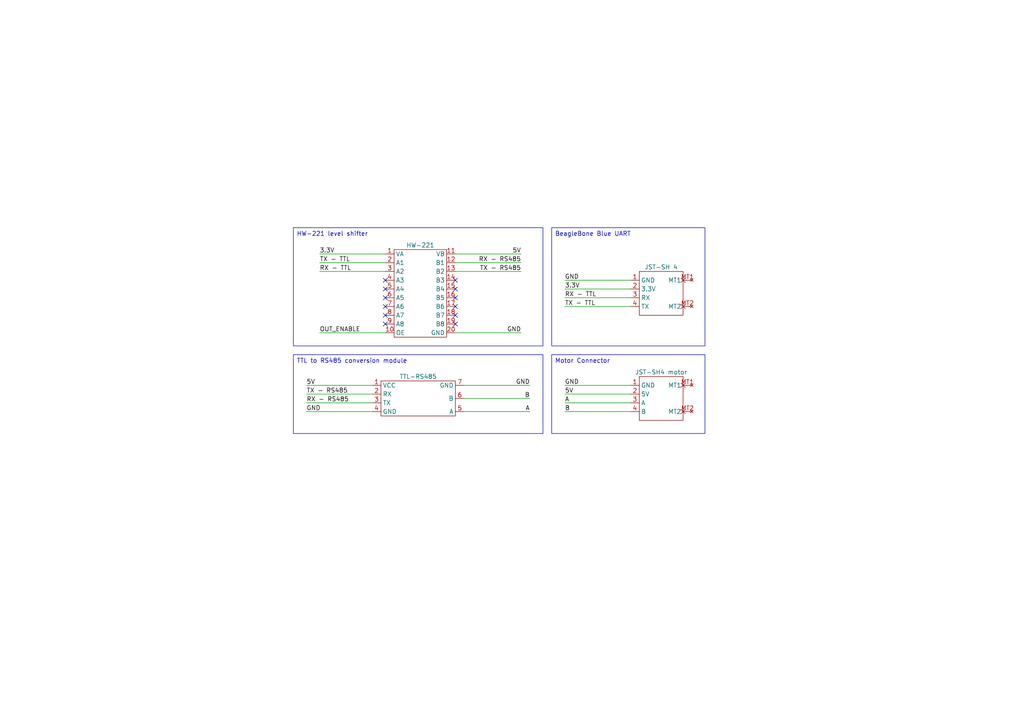
<source format=kicad_sch>
(kicad_sch (version 20230121) (generator eeschema)
  (paper "A4")
  (lib_symbols
    (symbol "ttl-to-rs485:HW-221"
      (property "Value" "HW-221" (at 0 15.24 0))
      (symbol "HW-221_0_1"
        (rectangle (start -7.62 13.97) (end 7.62 -11.43))
      )
      (symbol "HW-221_1_1"
        (pin power_in line (at -10.16 12.7 0) (length 2.54) (name "VA") (number "1"))
        (pin input line (at -10.16 -10.16 0) (length 2.54) (name "OE") (number "10"))
        (pin power_in line (at 10.16 12.7 180) (length 2.54) (name "VB") (number "11"))
        (pin bidirectional line (at 10.16 10.16 180) (length 2.54) (name "B1") (number "12"))
        (pin bidirectional line (at 10.16 7.62 180) (length 2.54) (name "B2") (number "13"))
        (pin bidirectional line (at 10.16 5.08 180) (length 2.54) (name "B3") (number "14"))
        (pin bidirectional line (at 10.16 2.54 180) (length 2.54) (name "B4") (number "15"))
        (pin bidirectional line (at 10.16 0 180) (length 2.54) (name "B5") (number "16"))
        (pin bidirectional line (at 10.16 -2.54 180) (length 2.54) (name "B6") (number "17"))
        (pin bidirectional line (at 10.16 -5.08 180) (length 2.54) (name "B7") (number "18"))
        (pin bidirectional line (at 10.16 -7.62 180) (length 2.54) (name "B8") (number "19"))
        (pin bidirectional line (at -10.16 10.16 0) (length 2.54) (name "A1") (number "2"))
        (pin power_in line (at 10.16 -10.16 180) (length 2.54) (name "GND") (number "20"))
        (pin bidirectional line (at -10.16 7.62 0) (length 2.54) (name "A2") (number "3"))
        (pin bidirectional line (at -10.16 5.08 0) (length 2.54) (name "A3") (number "4"))
        (pin bidirectional line (at -10.16 2.54 0) (length 2.54) (name "A4") (number "5"))
        (pin bidirectional line (at -10.16 0 0) (length 2.54) (name "A5") (number "6"))
        (pin bidirectional line (at -10.16 -2.54 0) (length 2.54) (name "A6") (number "7"))
        (pin bidirectional line (at -10.16 -5.08 0) (length 2.54) (name "A7") (number "8"))
        (pin bidirectional line (at -10.16 -7.62 0) (length 2.54) (name "A8") (number "9"))
      )
    )
    (symbol "ttl-to-rs485:JST-SH4_motor"
      (property "Value" "JST-SH4 motor" (at 0 8.89 0))
      (symbol "JST-SH4_motor_0_1"
        (rectangle (start -6.35 6.35) (end 6.35 -6.35))
      )
      (symbol "JST-SH4_motor_1_1"
        (pin power_out line (at -8.89 3.81 0) (length 2.54) (name "GND") (number "1"))
        (pin power_out line (at -8.89 1.27 0) (length 2.54) (name "5V") (number "2"))
        (pin output line (at -8.89 -1.27 0) (length 2.54) (name "A") (number "3"))
        (pin output line (at -8.89 -3.81 0) (length 2.54) (name "B") (number "4"))
        (pin no_connect non_logic (at 8.89 3.81 180) (length 2.54) (name "MT1") (number "MT1"))
        (pin no_connect non_logic (at 8.89 -3.81 180) (length 2.54) (name "MT2") (number "MT2"))
      )
    )
    (symbol "ttl-to-rs485:JST-SH_4"
      (property "Value" "JST-SH 4" (at 0 8.89 0))
      (symbol "JST-SH_4_0_1"
        (rectangle (start -6.35 6.35) (end 6.35 -6.35))
      )
      (symbol "JST-SH_4_1_1"
        (pin power_out line (at -8.89 3.81 0) (length 2.54) (name "GND") (number "1"))
        (pin power_out line (at -8.89 1.27 0) (length 2.54) (name "3.3V") (number "2"))
        (pin output line (at -8.89 -1.27 0) (length 2.54) (name "RX") (number "3"))
        (pin output line (at -8.89 -3.81 0) (length 2.54) (name "TX") (number "4"))
        (pin no_connect non_logic (at 8.89 3.81 180) (length 2.54) (name "MT1") (number "MT1"))
        (pin no_connect non_logic (at 8.89 -3.81 180) (length 2.54) (name "MT2") (number "MT2"))
      )
    )
    (symbol "ttl-to-rs485:TTL-RS485"
      (property "Value" "TTL-RS485" (at 0 7.62 0))
      (symbol "TTL-RS485_0_1"
        (rectangle (start -11.43 5.08) (end 10.16 -5.08))
      )
      (symbol "TTL-RS485_1_1"
        (pin power_in line (at -13.97 3.81 0) (length 2.54) (name "VCC") (number "1"))
        (pin bidirectional line (at -13.97 1.27 0) (length 2.54) (name "RX") (number "2"))
        (pin bidirectional line (at -13.97 -1.27 0) (length 2.54) (name "TX") (number "3"))
        (pin power_in line (at -13.97 -3.81 0) (length 2.54) (name "GND") (number "4"))
        (pin bidirectional line (at 12.7 -3.81 180) (length 2.54) (name "A") (number "5"))
        (pin bidirectional line (at 12.7 0 180) (length 2.54) (name "B") (number "6"))
        (pin power_in line (at 12.7 3.81 180) (length 2.54) (name "GND") (number "7"))
      )
    )
  )
  (no_connect (at 111.76 93.98))
  (no_connect (at 111.76 88.9))
  (no_connect (at 111.76 81.28))
  (no_connect (at 132.08 91.44))
  (no_connect (at 132.08 83.82))
  (no_connect (at 111.76 83.82))
  (no_connect (at 132.08 93.98))
  (no_connect (at 111.76 86.36))
  (no_connect (at 132.08 88.9))
  (no_connect (at 111.76 91.44))
  (no_connect (at 132.08 81.28))
  (no_connect (at 132.08 86.36))
  (wire (pts (xy 134.62 115.57) (xy 153.67 115.57)))
  (wire (pts (xy 88.9 111.76) (xy 107.95 111.76)))
  (wire (pts (xy 132.08 73.66) (xy 151.13 73.66)))
  (wire (pts (xy 132.08 96.52) (xy 151.13 96.52)))
  (wire (pts (xy 92.71 76.2) (xy 111.76 76.2)))
  (wire (pts (xy 92.71 96.52) (xy 111.76 96.52)))
  (wire (pts (xy 132.08 78.74) (xy 151.13 78.74)))
  (wire (pts (xy 163.83 119.38) (xy 182.88 119.38)))
  (wire (pts (xy 163.83 111.76) (xy 182.88 111.76)))
  (wire (pts (xy 163.83 81.28) (xy 182.88 81.28)))
  (wire (pts (xy 163.83 116.84) (xy 182.88 116.84)))
  (wire (pts (xy 88.9 114.3) (xy 107.95 114.3)))
  (wire (pts (xy 163.83 114.3) (xy 182.88 114.3)))
  (wire (pts (xy 163.83 86.36) (xy 182.88 86.36)))
  (wire (pts (xy 134.62 119.38) (xy 153.67 119.38)))
  (wire (pts (xy 132.08 76.2) (xy 151.13 76.2)))
  (wire (pts (xy 88.9 116.84) (xy 107.95 116.84)))
  (wire (pts (xy 163.83 88.9) (xy 182.88 88.9)))
  (wire (pts (xy 92.71 78.74) (xy 111.76 78.74)))
  (wire (pts (xy 88.9 119.38) (xy 107.95 119.38)))
  (wire (pts (xy 163.83 83.82) (xy 182.88 83.82)))
  (wire (pts (xy 134.62 111.76) (xy 153.67 111.76)))
  (wire (pts (xy 92.71 73.66) (xy 111.76 73.66)))
  (text_box "BeagleBone Blue UART" (at 160.02 66.04 0) (size 44.45 34.29) (effects (font (size 1.27 1.27)) (justify left top)))
  (text_box "HW-221 level shifter" (at 85.09 66.04 0) (size 72.39 34.29) (effects (font (size 1.27 1.27)) (justify left top)))
  (text_box "Motor Connector" (at 160.02 102.87 0) (size 44.45 22.86) (effects (font (size 1.27 1.27)) (justify left top)))
  (text_box "TTL to RS485 conversion module" (at 85.09 102.87 0) (size 72.39 22.86) (effects (font (size 1.27 1.27)) (justify left top)))
  (label "TX - RS485" (at 151.13 78.74 180))
  (label "RX - TTL" (at 163.83 86.36 0))
  (label "TX - TTL" (at 163.83 88.9 0))
  (label "A" (at 163.83 116.84 0))
  (label "3.3V" (at 92.71 73.66 0))
  (label "GND" (at 153.67 111.76 180))
  (label "5V" (at 163.83 114.3 0))
  (label "3.3V" (at 163.83 83.82 0))
  (label "OUT_ENABLE" (at 92.71 96.52 0))
  (label "GND" (at 88.9 119.38 0))
  (label "5V" (at 151.13 73.66 180))
  (label "TX - TTL" (at 92.71 76.2 0))
  (label "RX - TTL" (at 92.71 78.74 0))
  (label "GND" (at 163.83 81.28 0))
  (label "TX - RS485" (at 88.9 114.3 0))
  (label "B" (at 163.83 119.38 0))
  (label "RX - RS485" (at 88.9 116.84 0))
  (label "A" (at 153.67 119.38 180))
  (label "B" (at 153.67 115.57 180))
  (label "RX - RS485" (at 151.13 76.2 180))
  (label "GND" (at 163.83 111.76 0))
  (label "5V" (at 88.9 111.76 0))
  (label "GND" (at 151.13 96.52 180))
  (symbol (lib_id "ttl-to-rs485:HW-221") (at 121.92 86.36 0) (unit 1)
    (property "Reference" "U1" (effects hide))
    (property "Value" "HW-221" (at 121.92 71.12 0))
    (property "Footprint" "ttl-to-rs485:HW-221" (effects hide))
  )
  (symbol (lib_id "ttl-to-rs485:JST-SH4_motor") (at 191.77 115.57 0) (unit 1)
    (property "Reference" "U3" (effects hide))
    (property "Value" "JST-SH4 motor" (at 191.77 107.95 0))
    (property "Footprint" "Connectors:JST_SH4" (effects hide))
  )
  (symbol (lib_id "ttl-to-rs485:TTL-RS485") (at 121.92 115.57 0) (unit 1)
    (property "Reference" "U4" (effects hide))
    (property "Value" "TTL-RS485" (at 121.285 109.22 0))
    (property "Footprint" "ttl-to-rs485:TTL-RS485" (effects hide))
  )
  (symbol (lib_id "ttl-to-rs485:JST-SH_4") (at 191.77 85.09 0) (unit 1)
    (property "Reference" "U2" (effects hide))
    (property "Value" "JST-SH 4" (at 191.77 77.47 0))
    (property "Footprint" "Connectors:JST_SH4" (effects hide))
  )
)
</source>
